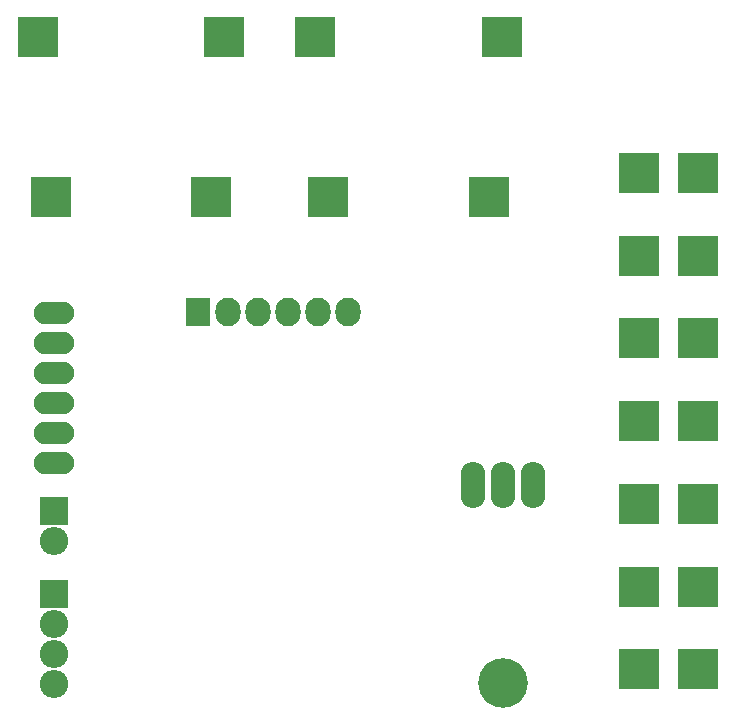
<source format=gbs>
G04 #@! TF.FileFunction,Soldermask,Bot*
%FSLAX46Y46*%
G04 Gerber Fmt 4.6, Leading zero omitted, Abs format (unit mm)*
G04 Created by KiCad (PCBNEW 4.0.5) date 02/23/17 22:12:15*
%MOMM*%
%LPD*%
G01*
G04 APERTURE LIST*
%ADD10C,0.100000*%
%ADD11R,3.400000X3.400000*%
%ADD12O,2.398980X2.398980*%
%ADD13R,2.398980X2.398980*%
%ADD14O,3.414980X1.906220*%
%ADD15R,2.127200X2.432000*%
%ADD16O,2.127200X2.432000*%
%ADD17O,2.099260X3.900120*%
%ADD18C,4.199840*%
G04 APERTURE END LIST*
D10*
D11*
X172500000Y-119000000D03*
X177500000Y-119000000D03*
X172500000Y-112000000D03*
X177500000Y-112000000D03*
X172500000Y-77000000D03*
X177500000Y-77000000D03*
X172500000Y-84000000D03*
X177500000Y-84000000D03*
X172500000Y-91000000D03*
X177500000Y-91000000D03*
X137400000Y-65500000D03*
X121600000Y-65500000D03*
X122700000Y-79000000D03*
X136300000Y-79000000D03*
X160900000Y-65500000D03*
X145100000Y-65500000D03*
X146200000Y-79000000D03*
X159800000Y-79000000D03*
D12*
X123000000Y-108140000D03*
D13*
X123000000Y-105600000D03*
D14*
X123000000Y-101550000D03*
X123000000Y-99010000D03*
X123000000Y-96470000D03*
X123000000Y-93930000D03*
X123000000Y-91390000D03*
X123000000Y-88850000D03*
D15*
X135200000Y-88800000D03*
D16*
X137740000Y-88800000D03*
X140280000Y-88800000D03*
X142820000Y-88800000D03*
X145360000Y-88800000D03*
X147900000Y-88800000D03*
D12*
X123000000Y-120220000D03*
D13*
X123000000Y-112600000D03*
D12*
X123000000Y-115140000D03*
X123000000Y-117680000D03*
D11*
X172500000Y-105000000D03*
X177500000Y-105000000D03*
X172500000Y-98000000D03*
X177500000Y-98000000D03*
D17*
X161000000Y-103400000D03*
X163540000Y-103400000D03*
X158460000Y-103400000D03*
D18*
X161000000Y-120164000D03*
M02*

</source>
